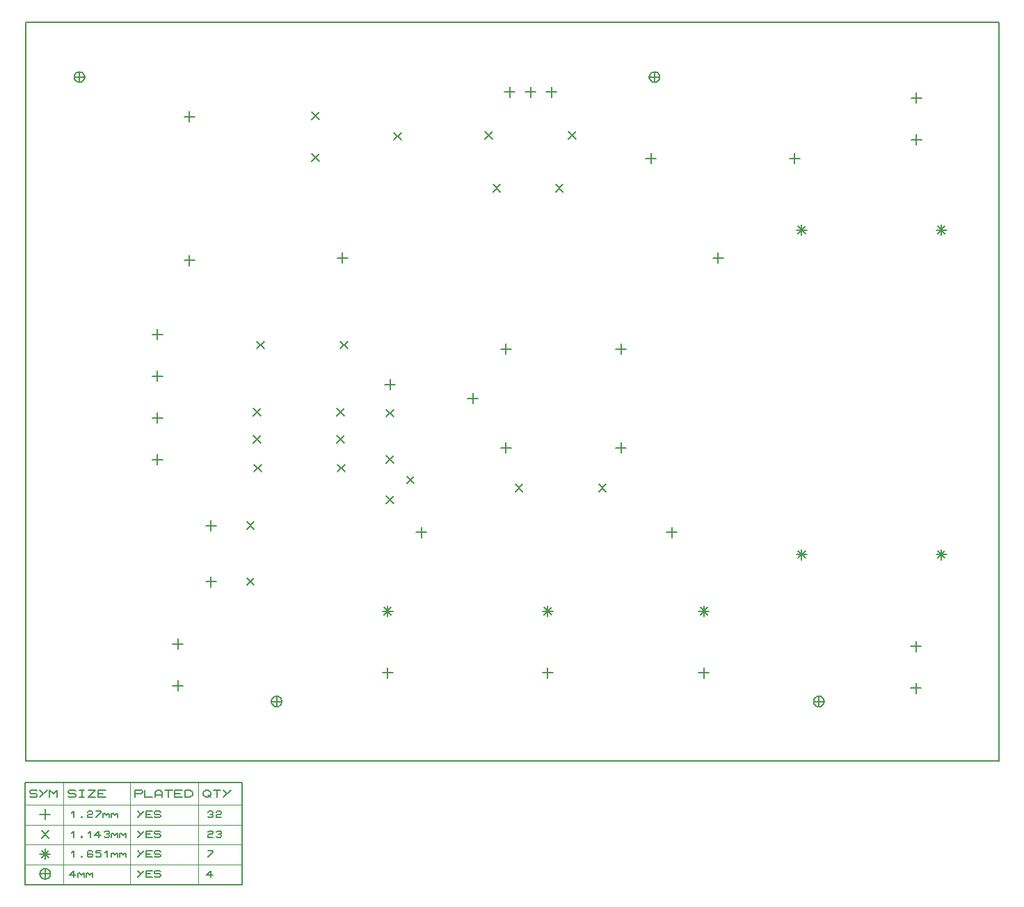
<source format=gbr>
G04 PROTEUS RS274X GERBER FILE*
%FSLAX45Y45*%
%MOMM*%
G01*
%ADD16C,0.203200*%
%ADD39C,0.127000*%
%ADD40C,0.063500*%
D16*
X-4750000Y+831500D02*
X-4750000Y+704500D01*
X-4813500Y+768000D02*
X-4686500Y+768000D01*
X-4750000Y-692500D02*
X-4750000Y-819500D01*
X-4813500Y-756000D02*
X-4686500Y-756000D01*
X-4750000Y+323500D02*
X-4750000Y+196500D01*
X-4813500Y+260000D02*
X-4686500Y+260000D01*
X-4750000Y-184500D02*
X-4750000Y-311500D01*
X-4813500Y-248000D02*
X-4686500Y-248000D01*
X-1920000Y+223500D02*
X-1920000Y+96500D01*
X-1983500Y+160000D02*
X-1856500Y+160000D01*
X-1964901Y-145099D02*
X-1875099Y-234901D01*
X-1964901Y-234901D02*
X-1875099Y-145099D01*
X-464000Y+3783500D02*
X-464000Y+3656500D01*
X-527500Y+3720000D02*
X-400500Y+3720000D01*
X-210000Y+3783500D02*
X-210000Y+3656500D01*
X-273500Y+3720000D02*
X-146500Y+3720000D01*
X+44000Y+3783500D02*
X+44000Y+3656500D01*
X-19500Y+3720000D02*
X+107500Y+3720000D01*
X-3541703Y+684901D02*
X-3451901Y+595099D01*
X-3541703Y+595099D02*
X-3451901Y+684901D01*
X-2525703Y+684901D02*
X-2435901Y+595099D01*
X-2525703Y+595099D02*
X-2435901Y+684901D01*
X-510000Y+653500D02*
X-510000Y+526500D01*
X-573500Y+590000D02*
X-446500Y+590000D01*
X-510000Y-546500D02*
X-510000Y-673500D01*
X-573500Y-610000D02*
X-446500Y-610000D01*
X-910000Y+53500D02*
X-910000Y-73500D01*
X-973500Y-10000D02*
X-846500Y-10000D01*
X+890000Y-546500D02*
X+890000Y-673500D01*
X+826500Y-610000D02*
X+953500Y-610000D01*
X+890000Y+653500D02*
X+890000Y+526500D01*
X+826500Y+590000D02*
X+953500Y+590000D01*
X+3005699Y+2973500D02*
X+3005699Y+2846500D01*
X+2942199Y+2910000D02*
X+3069199Y+2910000D01*
X+1255699Y+2973500D02*
X+1255699Y+2846500D01*
X+1192199Y+2910000D02*
X+1319199Y+2910000D01*
X-4360000Y+3483500D02*
X-4360000Y+3356500D01*
X-4423500Y+3420000D02*
X-4296500Y+3420000D01*
X-4360000Y+1733500D02*
X-4360000Y+1606500D01*
X-4423500Y+1670000D02*
X-4296500Y+1670000D01*
X-1950000Y-2536500D02*
X-1950000Y-2663500D01*
X-2013500Y-2600000D02*
X-1886500Y-2600000D01*
X-1994901Y-2555099D02*
X-1905099Y-2644901D01*
X-1994901Y-2644901D02*
X-1905099Y-2555099D01*
X-1950000Y-3286500D02*
X-1950000Y-3413500D01*
X-2013500Y-3350000D02*
X-1886500Y-3350000D01*
X+0Y-2536500D02*
X+0Y-2663500D01*
X-63500Y-2600000D02*
X+63500Y-2600000D01*
X-44901Y-2555099D02*
X+44901Y-2644901D01*
X-44901Y-2644901D02*
X+44901Y-2555099D01*
X+0Y-3286500D02*
X+0Y-3413500D01*
X-63500Y-3350000D02*
X+63500Y-3350000D01*
X+1900000Y-2536500D02*
X+1900000Y-2663500D01*
X+1836500Y-2600000D02*
X+1963500Y-2600000D01*
X+1855099Y-2555099D02*
X+1944901Y-2644901D01*
X+1855099Y-2644901D02*
X+1944901Y-2555099D01*
X+1900000Y-3286500D02*
X+1900000Y-3413500D01*
X+1836500Y-3350000D02*
X+1963500Y-3350000D01*
X+4484476Y+3709024D02*
X+4484476Y+3582024D01*
X+4420976Y+3645524D02*
X+4547976Y+3645524D01*
X+4484476Y+3201024D02*
X+4484476Y+3074024D01*
X+4420976Y+3137524D02*
X+4547976Y+3137524D01*
X-4500000Y-3444500D02*
X-4500000Y-3571500D01*
X-4563500Y-3508000D02*
X-4436500Y-3508000D01*
X-4500000Y-2936500D02*
X-4500000Y-3063500D01*
X-4563500Y-3000000D02*
X-4436500Y-3000000D01*
X-764901Y+3234901D02*
X-675099Y+3145099D01*
X-764901Y+3145099D02*
X-675099Y+3234901D01*
X+251099Y+3234901D02*
X+340901Y+3145099D01*
X+251099Y+3145099D02*
X+340901Y+3234901D01*
X-2500000Y+1763500D02*
X-2500000Y+1636500D01*
X-2563500Y+1700000D02*
X-2436500Y+1700000D01*
X+2072000Y+1763500D02*
X+2072000Y+1636500D01*
X+2008500Y+1700000D02*
X+2135500Y+1700000D01*
X-1540000Y-1576500D02*
X-1540000Y-1703500D01*
X-1603500Y-1640000D02*
X-1476500Y-1640000D01*
X+1508000Y-1576500D02*
X+1508000Y-1703500D01*
X+1444500Y-1640000D02*
X+1571500Y-1640000D01*
X+4790000Y+2103500D02*
X+4790000Y+1976500D01*
X+4726500Y+2040000D02*
X+4853500Y+2040000D01*
X+4745099Y+2084901D02*
X+4834901Y+1995099D01*
X+4745099Y+1995099D02*
X+4834901Y+2084901D01*
X+3090000Y+2103500D02*
X+3090000Y+1976500D01*
X+3026500Y+2040000D02*
X+3153500Y+2040000D01*
X+3045099Y+2084901D02*
X+3134901Y+1995099D01*
X+3045099Y+1995099D02*
X+3134901Y+2084901D01*
X+4790000Y-1846500D02*
X+4790000Y-1973500D01*
X+4726500Y-1910000D02*
X+4853500Y-1910000D01*
X+4745099Y-1865099D02*
X+4834901Y-1954901D01*
X+4745099Y-1954901D02*
X+4834901Y-1865099D01*
X+3090000Y-1846500D02*
X+3090000Y-1973500D01*
X+3026500Y-1910000D02*
X+3153500Y-1910000D01*
X+3045099Y-1865099D02*
X+3134901Y-1954901D01*
X+3045099Y-1954901D02*
X+3134901Y-1865099D01*
X+4480000Y-2966500D02*
X+4480000Y-3093500D01*
X+4416500Y-3030000D02*
X+4543500Y-3030000D01*
X+4480000Y-3474500D02*
X+4480000Y-3601500D01*
X+4416500Y-3538000D02*
X+4543500Y-3538000D01*
X-2872893Y+2964054D02*
X-2783091Y+2874252D01*
X-2872893Y+2874252D02*
X-2783091Y+2964054D01*
X-2872893Y+3474054D02*
X-2783091Y+3384252D01*
X-2872893Y+3384252D02*
X-2783091Y+3474054D01*
X-1874901Y+3224054D02*
X-1785099Y+3134252D01*
X-1874901Y+3134252D02*
X-1785099Y+3224054D01*
X-664901Y+2594901D02*
X-575099Y+2505099D01*
X-664901Y+2505099D02*
X-575099Y+2594901D01*
X+97099Y+2594901D02*
X+186901Y+2505099D01*
X+97099Y+2505099D02*
X+186901Y+2594901D01*
X-3664901Y-1515099D02*
X-3575099Y-1604901D01*
X-3664901Y-1604901D02*
X-3575099Y-1515099D01*
X-4100000Y-1496500D02*
X-4100000Y-1623500D01*
X-4163500Y-1560000D02*
X-4036500Y-1560000D01*
X-3664901Y-2195099D02*
X-3575099Y-2284901D01*
X-3664901Y-2284901D02*
X-3575099Y-2195099D01*
X-4100000Y-2176500D02*
X-4100000Y-2303500D01*
X-4163500Y-2240000D02*
X-4036500Y-2240000D01*
X-3580901Y-135099D02*
X-3491099Y-224901D01*
X-3580901Y-224901D02*
X-3491099Y-135099D01*
X-2564901Y-135099D02*
X-2475099Y-224901D01*
X-2564901Y-224901D02*
X-2475099Y-135099D01*
X-3580901Y-465099D02*
X-3491099Y-554901D01*
X-3580901Y-554901D02*
X-3491099Y-465099D01*
X-2564901Y-465099D02*
X-2475099Y-554901D01*
X-2564901Y-554901D02*
X-2475099Y-465099D01*
X-3574901Y-815099D02*
X-3485099Y-904901D01*
X-3574901Y-904901D02*
X-3485099Y-815099D01*
X-2558901Y-815099D02*
X-2469099Y-904901D01*
X-2558901Y-904901D02*
X-2469099Y-815099D01*
X-394901Y-1055099D02*
X-305099Y-1144901D01*
X-394901Y-1144901D02*
X-305099Y-1055099D01*
X+621099Y-1055099D02*
X+710901Y-1144901D01*
X+621099Y-1144901D02*
X+710901Y-1055099D01*
X-1964901Y-708099D02*
X-1875099Y-797901D01*
X-1964901Y-797901D02*
X-1875099Y-708099D01*
X-1714901Y-958099D02*
X-1625099Y-1047901D01*
X-1714901Y-1047901D02*
X-1625099Y-958099D01*
X-1964901Y-1198099D02*
X-1875099Y-1287901D01*
X-1964901Y-1287901D02*
X-1875099Y-1198099D01*
X-5636500Y+3900000D02*
X-5636717Y+3905247D01*
X-5638482Y+3915742D01*
X-5642174Y+3926237D01*
X-5648202Y+3936732D01*
X-5657424Y+3947112D01*
X-5667919Y+3954800D01*
X-5678414Y+3959718D01*
X-5688909Y+3962524D01*
X-5699404Y+3963497D01*
X-5700000Y+3963500D01*
X-5763500Y+3900000D02*
X-5763283Y+3905247D01*
X-5761518Y+3915742D01*
X-5757826Y+3926237D01*
X-5751798Y+3936732D01*
X-5742576Y+3947112D01*
X-5732081Y+3954800D01*
X-5721586Y+3959718D01*
X-5711091Y+3962524D01*
X-5700596Y+3963497D01*
X-5700000Y+3963500D01*
X-5763500Y+3900000D02*
X-5763283Y+3894753D01*
X-5761518Y+3884258D01*
X-5757826Y+3873763D01*
X-5751798Y+3863268D01*
X-5742576Y+3852888D01*
X-5732081Y+3845200D01*
X-5721586Y+3840282D01*
X-5711091Y+3837476D01*
X-5700596Y+3836503D01*
X-5700000Y+3836500D01*
X-5636500Y+3900000D02*
X-5636717Y+3894753D01*
X-5638482Y+3884258D01*
X-5642174Y+3873763D01*
X-5648202Y+3863268D01*
X-5657424Y+3852888D01*
X-5667919Y+3845200D01*
X-5678414Y+3840282D01*
X-5688909Y+3837476D01*
X-5699404Y+3836503D01*
X-5700000Y+3836500D01*
X-5700000Y+3963500D02*
X-5700000Y+3836500D01*
X-5763500Y+3900000D02*
X-5636500Y+3900000D01*
X+1363500Y+3900000D02*
X+1363283Y+3905247D01*
X+1361518Y+3915742D01*
X+1357826Y+3926237D01*
X+1351798Y+3936732D01*
X+1342576Y+3947112D01*
X+1332081Y+3954800D01*
X+1321586Y+3959718D01*
X+1311091Y+3962524D01*
X+1300596Y+3963497D01*
X+1300000Y+3963500D01*
X+1236500Y+3900000D02*
X+1236717Y+3905247D01*
X+1238482Y+3915742D01*
X+1242174Y+3926237D01*
X+1248202Y+3936732D01*
X+1257424Y+3947112D01*
X+1267919Y+3954800D01*
X+1278414Y+3959718D01*
X+1288909Y+3962524D01*
X+1299404Y+3963497D01*
X+1300000Y+3963500D01*
X+1236500Y+3900000D02*
X+1236717Y+3894753D01*
X+1238482Y+3884258D01*
X+1242174Y+3873763D01*
X+1248202Y+3863268D01*
X+1257424Y+3852888D01*
X+1267919Y+3845200D01*
X+1278414Y+3840282D01*
X+1288909Y+3837476D01*
X+1299404Y+3836503D01*
X+1300000Y+3836500D01*
X+1363500Y+3900000D02*
X+1363283Y+3894753D01*
X+1361518Y+3884258D01*
X+1357826Y+3873763D01*
X+1351798Y+3863268D01*
X+1342576Y+3852888D01*
X+1332081Y+3845200D01*
X+1321586Y+3840282D01*
X+1311091Y+3837476D01*
X+1300596Y+3836503D01*
X+1300000Y+3836500D01*
X+1300000Y+3963500D02*
X+1300000Y+3836500D01*
X+1236500Y+3900000D02*
X+1363500Y+3900000D01*
X+3363500Y-3700000D02*
X+3363283Y-3694753D01*
X+3361518Y-3684258D01*
X+3357826Y-3673763D01*
X+3351798Y-3663268D01*
X+3342576Y-3652888D01*
X+3332081Y-3645200D01*
X+3321586Y-3640282D01*
X+3311091Y-3637476D01*
X+3300596Y-3636503D01*
X+3300000Y-3636500D01*
X+3236500Y-3700000D02*
X+3236717Y-3694753D01*
X+3238482Y-3684258D01*
X+3242174Y-3673763D01*
X+3248202Y-3663268D01*
X+3257424Y-3652888D01*
X+3267919Y-3645200D01*
X+3278414Y-3640282D01*
X+3288909Y-3637476D01*
X+3299404Y-3636503D01*
X+3300000Y-3636500D01*
X+3236500Y-3700000D02*
X+3236717Y-3705247D01*
X+3238482Y-3715742D01*
X+3242174Y-3726237D01*
X+3248202Y-3736732D01*
X+3257424Y-3747112D01*
X+3267919Y-3754800D01*
X+3278414Y-3759718D01*
X+3288909Y-3762524D01*
X+3299404Y-3763497D01*
X+3300000Y-3763500D01*
X+3363500Y-3700000D02*
X+3363283Y-3705247D01*
X+3361518Y-3715742D01*
X+3357826Y-3726237D01*
X+3351798Y-3736732D01*
X+3342576Y-3747112D01*
X+3332081Y-3754800D01*
X+3321586Y-3759718D01*
X+3311091Y-3762524D01*
X+3300596Y-3763497D01*
X+3300000Y-3763500D01*
X+3300000Y-3636500D02*
X+3300000Y-3763500D01*
X+3236500Y-3700000D02*
X+3363500Y-3700000D01*
X-3236500Y-3700000D02*
X-3236717Y-3694753D01*
X-3238482Y-3684258D01*
X-3242174Y-3673763D01*
X-3248202Y-3663268D01*
X-3257424Y-3652888D01*
X-3267919Y-3645200D01*
X-3278414Y-3640282D01*
X-3288909Y-3637476D01*
X-3299404Y-3636503D01*
X-3300000Y-3636500D01*
X-3363500Y-3700000D02*
X-3363283Y-3694753D01*
X-3361518Y-3684258D01*
X-3357826Y-3673763D01*
X-3351798Y-3663268D01*
X-3342576Y-3652888D01*
X-3332081Y-3645200D01*
X-3321586Y-3640282D01*
X-3311091Y-3637476D01*
X-3300596Y-3636503D01*
X-3300000Y-3636500D01*
X-3363500Y-3700000D02*
X-3363283Y-3705247D01*
X-3361518Y-3715742D01*
X-3357826Y-3726237D01*
X-3351798Y-3736732D01*
X-3342576Y-3747112D01*
X-3332081Y-3754800D01*
X-3321586Y-3759718D01*
X-3311091Y-3762524D01*
X-3300596Y-3763497D01*
X-3300000Y-3763500D01*
X-3236500Y-3700000D02*
X-3236717Y-3705247D01*
X-3238482Y-3715742D01*
X-3242174Y-3726237D01*
X-3248202Y-3736732D01*
X-3257424Y-3747112D01*
X-3267919Y-3754800D01*
X-3278414Y-3759718D01*
X-3288909Y-3762524D01*
X-3299404Y-3763497D01*
X-3300000Y-3763500D01*
X-3300000Y-3636500D02*
X-3300000Y-3763500D01*
X-3363500Y-3700000D02*
X-3236500Y-3700000D01*
X-6350960Y-4420960D02*
X+5490000Y-4420960D01*
X+5490000Y+4570000D01*
X-6350960Y+4570000D01*
X-6350960Y-4420960D01*
D39*
X-6363660Y-5932260D02*
X-3719520Y-5932260D01*
X-3719520Y-4687660D01*
X-6363660Y-4687660D01*
X-6363660Y-5932260D01*
D40*
X-5896298Y-4687660D02*
X-5896298Y-5932260D01*
X-5083498Y-4687660D02*
X-5083498Y-5932260D01*
X-4250378Y-4687660D02*
X-4250378Y-5932260D01*
X-6363660Y-4960710D02*
X-3719520Y-4960710D01*
X-6363660Y-5202010D02*
X-3719520Y-5202010D01*
X-6363660Y-5443310D02*
X-3719520Y-5443310D01*
X-6363660Y-5684610D02*
X-3719520Y-5684610D01*
D39*
X-6306510Y-4851490D02*
X-6291270Y-4866730D01*
X-6230310Y-4866730D01*
X-6215070Y-4851490D01*
X-6215070Y-4836250D01*
X-6230310Y-4821010D01*
X-6291270Y-4821010D01*
X-6306510Y-4805770D01*
X-6306510Y-4790530D01*
X-6291270Y-4775290D01*
X-6230310Y-4775290D01*
X-6215070Y-4790530D01*
X-6093150Y-4775290D02*
X-6184590Y-4866730D01*
X-6184590Y-4775290D02*
X-6138870Y-4821010D01*
X-6062670Y-4866730D02*
X-6062670Y-4775290D01*
X-6016950Y-4821010D01*
X-5971230Y-4775290D01*
X-5971230Y-4866730D01*
X-5839150Y-4851490D02*
X-5823910Y-4866730D01*
X-5762950Y-4866730D01*
X-5747710Y-4851490D01*
X-5747710Y-4836250D01*
X-5762950Y-4821010D01*
X-5823910Y-4821010D01*
X-5839150Y-4805770D01*
X-5839150Y-4790530D01*
X-5823910Y-4775290D01*
X-5762950Y-4775290D01*
X-5747710Y-4790530D01*
X-5701990Y-4775290D02*
X-5641030Y-4775290D01*
X-5671510Y-4775290D02*
X-5671510Y-4866730D01*
X-5701990Y-4866730D02*
X-5641030Y-4866730D01*
X-5595310Y-4775290D02*
X-5503870Y-4775290D01*
X-5595310Y-4866730D01*
X-5503870Y-4866730D01*
X-5381950Y-4866730D02*
X-5473390Y-4866730D01*
X-5473390Y-4775290D01*
X-5381950Y-4775290D01*
X-5473390Y-4821010D02*
X-5412430Y-4821010D01*
X-5026350Y-4866730D02*
X-5026350Y-4775290D01*
X-4950150Y-4775290D01*
X-4934910Y-4790530D01*
X-4934910Y-4805770D01*
X-4950150Y-4821010D01*
X-5026350Y-4821010D01*
X-4904430Y-4775290D02*
X-4904430Y-4866730D01*
X-4812990Y-4866730D01*
X-4782510Y-4866730D02*
X-4782510Y-4805770D01*
X-4752030Y-4775290D01*
X-4721550Y-4775290D01*
X-4691070Y-4805770D01*
X-4691070Y-4866730D01*
X-4782510Y-4836250D02*
X-4691070Y-4836250D01*
X-4660590Y-4775290D02*
X-4569150Y-4775290D01*
X-4614870Y-4775290D02*
X-4614870Y-4866730D01*
X-4447230Y-4866730D02*
X-4538670Y-4866730D01*
X-4538670Y-4775290D01*
X-4447230Y-4775290D01*
X-4538670Y-4821010D02*
X-4477710Y-4821010D01*
X-4416750Y-4866730D02*
X-4416750Y-4775290D01*
X-4355790Y-4775290D01*
X-4325310Y-4805770D01*
X-4325310Y-4836250D01*
X-4355790Y-4866730D01*
X-4416750Y-4866730D01*
X-4193230Y-4805770D02*
X-4162750Y-4775290D01*
X-4132270Y-4775290D01*
X-4101790Y-4805770D01*
X-4101790Y-4836250D01*
X-4132270Y-4866730D01*
X-4162750Y-4866730D01*
X-4193230Y-4836250D01*
X-4193230Y-4805770D01*
X-4132270Y-4836250D02*
X-4101790Y-4866730D01*
X-4071310Y-4775290D02*
X-3979870Y-4775290D01*
X-4025590Y-4775290D02*
X-4025590Y-4866730D01*
X-3857950Y-4775290D02*
X-3949390Y-4866730D01*
X-3949390Y-4775290D02*
X-3903670Y-4821010D01*
D16*
X-6117280Y-5011510D02*
X-6117280Y-5138510D01*
X-6180780Y-5075010D02*
X-6053780Y-5075010D01*
D39*
X-5794700Y-5062310D02*
X-5769300Y-5036910D01*
X-5769300Y-5113110D01*
X-5680400Y-5100410D02*
X-5667700Y-5100410D01*
X-5667700Y-5113110D01*
X-5680400Y-5113110D01*
X-5680400Y-5100410D01*
X-5604200Y-5049610D02*
X-5591500Y-5036910D01*
X-5553400Y-5036910D01*
X-5540700Y-5049610D01*
X-5540700Y-5062310D01*
X-5553400Y-5075010D01*
X-5591500Y-5075010D01*
X-5604200Y-5087710D01*
X-5604200Y-5113110D01*
X-5540700Y-5113110D01*
X-5502600Y-5036910D02*
X-5439100Y-5036910D01*
X-5439100Y-5049610D01*
X-5502600Y-5113110D01*
X-5413700Y-5113110D02*
X-5413700Y-5062310D01*
X-5413700Y-5075010D02*
X-5401000Y-5062310D01*
X-5375600Y-5087710D01*
X-5350200Y-5062310D01*
X-5337500Y-5075010D01*
X-5337500Y-5113110D01*
X-5312100Y-5113110D02*
X-5312100Y-5062310D01*
X-5312100Y-5075010D02*
X-5299400Y-5062310D01*
X-5274000Y-5087710D01*
X-5248600Y-5062310D01*
X-5235900Y-5075010D01*
X-5235900Y-5113110D01*
X-4918400Y-5036910D02*
X-4994600Y-5113110D01*
X-4994600Y-5036910D02*
X-4956500Y-5075010D01*
X-4816800Y-5113110D02*
X-4893000Y-5113110D01*
X-4893000Y-5036910D01*
X-4816800Y-5036910D01*
X-4893000Y-5075010D02*
X-4842200Y-5075010D01*
X-4791400Y-5100410D02*
X-4778700Y-5113110D01*
X-4727900Y-5113110D01*
X-4715200Y-5100410D01*
X-4715200Y-5087710D01*
X-4727900Y-5075010D01*
X-4778700Y-5075010D01*
X-4791400Y-5062310D01*
X-4791400Y-5049610D01*
X-4778700Y-5036910D01*
X-4727900Y-5036910D01*
X-4715200Y-5049610D01*
X-4136080Y-5049610D02*
X-4123380Y-5036910D01*
X-4085280Y-5036910D01*
X-4072580Y-5049610D01*
X-4072580Y-5062310D01*
X-4085280Y-5075010D01*
X-4072580Y-5087710D01*
X-4072580Y-5100410D01*
X-4085280Y-5113110D01*
X-4123380Y-5113110D01*
X-4136080Y-5100410D01*
X-4110680Y-5075010D02*
X-4085280Y-5075010D01*
X-4034480Y-5049610D02*
X-4021780Y-5036910D01*
X-3983680Y-5036910D01*
X-3970980Y-5049610D01*
X-3970980Y-5062310D01*
X-3983680Y-5075010D01*
X-4021780Y-5075010D01*
X-4034480Y-5087710D01*
X-4034480Y-5113110D01*
X-3970980Y-5113110D01*
D16*
X-6162181Y-5271409D02*
X-6072379Y-5361211D01*
X-6162181Y-5361211D02*
X-6072379Y-5271409D01*
D39*
X-5794700Y-5303610D02*
X-5769300Y-5278210D01*
X-5769300Y-5354410D01*
X-5680400Y-5341710D02*
X-5667700Y-5341710D01*
X-5667700Y-5354410D01*
X-5680400Y-5354410D01*
X-5680400Y-5341710D01*
X-5591500Y-5303610D02*
X-5566100Y-5278210D01*
X-5566100Y-5354410D01*
X-5439100Y-5329010D02*
X-5515300Y-5329010D01*
X-5464500Y-5278210D01*
X-5464500Y-5354410D01*
X-5401000Y-5290910D02*
X-5388300Y-5278210D01*
X-5350200Y-5278210D01*
X-5337500Y-5290910D01*
X-5337500Y-5303610D01*
X-5350200Y-5316310D01*
X-5337500Y-5329010D01*
X-5337500Y-5341710D01*
X-5350200Y-5354410D01*
X-5388300Y-5354410D01*
X-5401000Y-5341710D01*
X-5375600Y-5316310D02*
X-5350200Y-5316310D01*
X-5312100Y-5354410D02*
X-5312100Y-5303610D01*
X-5312100Y-5316310D02*
X-5299400Y-5303610D01*
X-5274000Y-5329010D01*
X-5248600Y-5303610D01*
X-5235900Y-5316310D01*
X-5235900Y-5354410D01*
X-5210500Y-5354410D02*
X-5210500Y-5303610D01*
X-5210500Y-5316310D02*
X-5197800Y-5303610D01*
X-5172400Y-5329010D01*
X-5147000Y-5303610D01*
X-5134300Y-5316310D01*
X-5134300Y-5354410D01*
X-4918400Y-5278210D02*
X-4994600Y-5354410D01*
X-4994600Y-5278210D02*
X-4956500Y-5316310D01*
X-4816800Y-5354410D02*
X-4893000Y-5354410D01*
X-4893000Y-5278210D01*
X-4816800Y-5278210D01*
X-4893000Y-5316310D02*
X-4842200Y-5316310D01*
X-4791400Y-5341710D02*
X-4778700Y-5354410D01*
X-4727900Y-5354410D01*
X-4715200Y-5341710D01*
X-4715200Y-5329010D01*
X-4727900Y-5316310D01*
X-4778700Y-5316310D01*
X-4791400Y-5303610D01*
X-4791400Y-5290910D01*
X-4778700Y-5278210D01*
X-4727900Y-5278210D01*
X-4715200Y-5290910D01*
X-4136080Y-5290910D02*
X-4123380Y-5278210D01*
X-4085280Y-5278210D01*
X-4072580Y-5290910D01*
X-4072580Y-5303610D01*
X-4085280Y-5316310D01*
X-4123380Y-5316310D01*
X-4136080Y-5329010D01*
X-4136080Y-5354410D01*
X-4072580Y-5354410D01*
X-4034480Y-5290910D02*
X-4021780Y-5278210D01*
X-3983680Y-5278210D01*
X-3970980Y-5290910D01*
X-3970980Y-5303610D01*
X-3983680Y-5316310D01*
X-3970980Y-5329010D01*
X-3970980Y-5341710D01*
X-3983680Y-5354410D01*
X-4021780Y-5354410D01*
X-4034480Y-5341710D01*
X-4009080Y-5316310D02*
X-3983680Y-5316310D01*
D16*
X-6117280Y-5494110D02*
X-6117280Y-5621110D01*
X-6180780Y-5557610D02*
X-6053780Y-5557610D01*
X-6162181Y-5512709D02*
X-6072379Y-5602511D01*
X-6162181Y-5602511D02*
X-6072379Y-5512709D01*
D39*
X-5794700Y-5544910D02*
X-5769300Y-5519510D01*
X-5769300Y-5595710D01*
X-5680400Y-5583010D02*
X-5667700Y-5583010D01*
X-5667700Y-5595710D01*
X-5680400Y-5595710D01*
X-5680400Y-5583010D01*
X-5540700Y-5532210D02*
X-5553400Y-5519510D01*
X-5591500Y-5519510D01*
X-5604200Y-5532210D01*
X-5604200Y-5583010D01*
X-5591500Y-5595710D01*
X-5553400Y-5595710D01*
X-5540700Y-5583010D01*
X-5540700Y-5570310D01*
X-5553400Y-5557610D01*
X-5604200Y-5557610D01*
X-5439100Y-5519510D02*
X-5502600Y-5519510D01*
X-5502600Y-5544910D01*
X-5451800Y-5544910D01*
X-5439100Y-5557610D01*
X-5439100Y-5583010D01*
X-5451800Y-5595710D01*
X-5489900Y-5595710D01*
X-5502600Y-5583010D01*
X-5388300Y-5544910D02*
X-5362900Y-5519510D01*
X-5362900Y-5595710D01*
X-5312100Y-5595710D02*
X-5312100Y-5544910D01*
X-5312100Y-5557610D02*
X-5299400Y-5544910D01*
X-5274000Y-5570310D01*
X-5248600Y-5544910D01*
X-5235900Y-5557610D01*
X-5235900Y-5595710D01*
X-5210500Y-5595710D02*
X-5210500Y-5544910D01*
X-5210500Y-5557610D02*
X-5197800Y-5544910D01*
X-5172400Y-5570310D01*
X-5147000Y-5544910D01*
X-5134300Y-5557610D01*
X-5134300Y-5595710D01*
X-4918400Y-5519510D02*
X-4994600Y-5595710D01*
X-4994600Y-5519510D02*
X-4956500Y-5557610D01*
X-4816800Y-5595710D02*
X-4893000Y-5595710D01*
X-4893000Y-5519510D01*
X-4816800Y-5519510D01*
X-4893000Y-5557610D02*
X-4842200Y-5557610D01*
X-4791400Y-5583010D02*
X-4778700Y-5595710D01*
X-4727900Y-5595710D01*
X-4715200Y-5583010D01*
X-4715200Y-5570310D01*
X-4727900Y-5557610D01*
X-4778700Y-5557610D01*
X-4791400Y-5544910D01*
X-4791400Y-5532210D01*
X-4778700Y-5519510D01*
X-4727900Y-5519510D01*
X-4715200Y-5532210D01*
X-4136080Y-5519510D02*
X-4072580Y-5519510D01*
X-4072580Y-5532210D01*
X-4136080Y-5595710D01*
D16*
X-6053780Y-5798910D02*
X-6053997Y-5793663D01*
X-6055762Y-5783168D01*
X-6059454Y-5772673D01*
X-6065482Y-5762178D01*
X-6074704Y-5751798D01*
X-6085199Y-5744110D01*
X-6095694Y-5739192D01*
X-6106189Y-5736386D01*
X-6116684Y-5735413D01*
X-6117280Y-5735410D01*
X-6180780Y-5798910D02*
X-6180563Y-5793663D01*
X-6178798Y-5783168D01*
X-6175106Y-5772673D01*
X-6169078Y-5762178D01*
X-6159856Y-5751798D01*
X-6149361Y-5744110D01*
X-6138866Y-5739192D01*
X-6128371Y-5736386D01*
X-6117876Y-5735413D01*
X-6117280Y-5735410D01*
X-6180780Y-5798910D02*
X-6180563Y-5804157D01*
X-6178798Y-5814652D01*
X-6175106Y-5825147D01*
X-6169078Y-5835642D01*
X-6159856Y-5846022D01*
X-6149361Y-5853710D01*
X-6138866Y-5858628D01*
X-6128371Y-5861434D01*
X-6117876Y-5862407D01*
X-6117280Y-5862410D01*
X-6053780Y-5798910D02*
X-6053997Y-5804157D01*
X-6055762Y-5814652D01*
X-6059454Y-5825147D01*
X-6065482Y-5835642D01*
X-6074704Y-5846022D01*
X-6085199Y-5853710D01*
X-6095694Y-5858628D01*
X-6106189Y-5861434D01*
X-6116684Y-5862407D01*
X-6117280Y-5862410D01*
X-6117280Y-5735410D02*
X-6117280Y-5862410D01*
X-6180780Y-5798910D02*
X-6053780Y-5798910D01*
D39*
X-5743900Y-5811610D02*
X-5820100Y-5811610D01*
X-5769300Y-5760810D01*
X-5769300Y-5837010D01*
X-5718500Y-5837010D02*
X-5718500Y-5786210D01*
X-5718500Y-5798910D02*
X-5705800Y-5786210D01*
X-5680400Y-5811610D01*
X-5655000Y-5786210D01*
X-5642300Y-5798910D01*
X-5642300Y-5837010D01*
X-5616900Y-5837010D02*
X-5616900Y-5786210D01*
X-5616900Y-5798910D02*
X-5604200Y-5786210D01*
X-5578800Y-5811610D01*
X-5553400Y-5786210D01*
X-5540700Y-5798910D01*
X-5540700Y-5837010D01*
X-4918400Y-5760810D02*
X-4994600Y-5837010D01*
X-4994600Y-5760810D02*
X-4956500Y-5798910D01*
X-4816800Y-5837010D02*
X-4893000Y-5837010D01*
X-4893000Y-5760810D01*
X-4816800Y-5760810D01*
X-4893000Y-5798910D02*
X-4842200Y-5798910D01*
X-4791400Y-5824310D02*
X-4778700Y-5837010D01*
X-4727900Y-5837010D01*
X-4715200Y-5824310D01*
X-4715200Y-5811610D01*
X-4727900Y-5798910D01*
X-4778700Y-5798910D01*
X-4791400Y-5786210D01*
X-4791400Y-5773510D01*
X-4778700Y-5760810D01*
X-4727900Y-5760810D01*
X-4715200Y-5773510D01*
X-4072580Y-5811610D02*
X-4148780Y-5811610D01*
X-4097980Y-5760810D01*
X-4097980Y-5837010D01*
M02*

</source>
